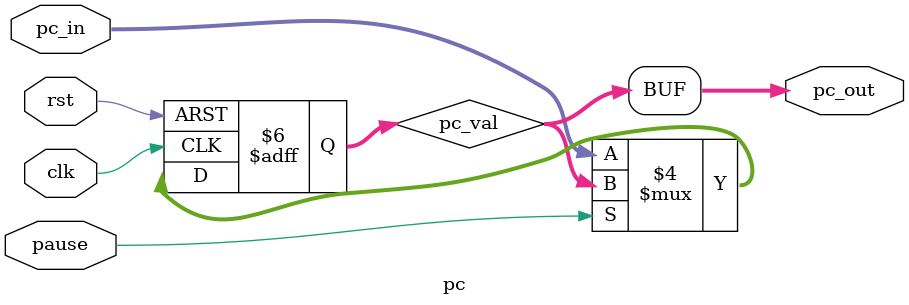
<source format=v>
`timescale 1ns / 1ps

module pc(
    input rst,
    input clk,
    input pause,
    input [31:0] pc_in,
    
    output [31:0] pc_out
);
    reg [31:0] pc_val;
    always@(posedge clk or negedge rst) begin
        if(!rst) begin
            pc_val <= 32'hbfc00000;
        end
        else if(!pause) begin
            pc_val <= pc_in;
        end
    end
    assign pc_out = pc_val;
    
endmodule

</source>
